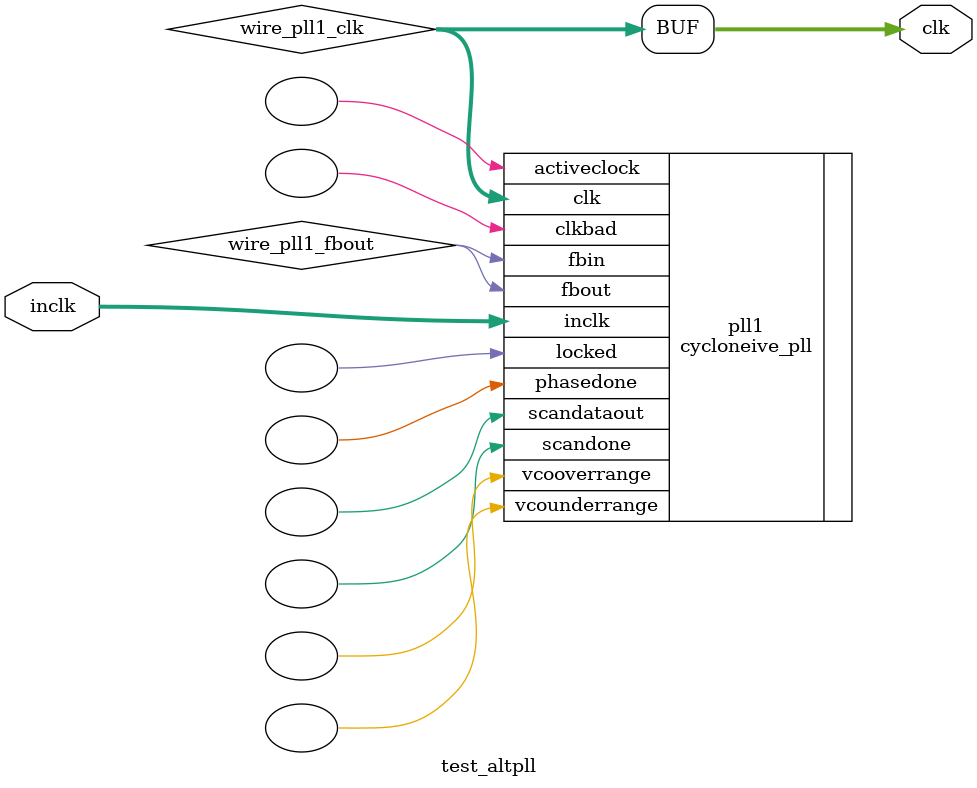
<source format=v>






//synthesis_resources = cycloneive_pll 1 
//synopsys translate_off
`timescale 1 ps / 1 ps
//synopsys translate_on
module  test_altpll
	( 
	clk,
	inclk) /* synthesis synthesis_clearbox=1 */;
	output   [4:0]  clk;
	input   [1:0]  inclk;
`ifndef ALTERA_RESERVED_QIS
// synopsys translate_off
`endif
	tri0   [1:0]  inclk;
`ifndef ALTERA_RESERVED_QIS
// synopsys translate_on
`endif

	wire  [4:0]   wire_pll1_clk;
	wire  wire_pll1_fbout;

	cycloneive_pll   pll1
	( 
	.activeclock(),
	.clk(wire_pll1_clk),
	.clkbad(),
	.fbin(wire_pll1_fbout),
	.fbout(wire_pll1_fbout),
	.inclk(inclk),
	.locked(),
	.phasedone(),
	.scandataout(),
	.scandone(),
	.vcooverrange(),
	.vcounderrange()
	`ifndef FORMAL_VERIFICATION
	// synopsys translate_off
	`endif
	,
	.areset(1'b0),
	.clkswitch(1'b0),
	.configupdate(1'b0),
	.pfdena(1'b1),
	.phasecounterselect({3{1'b0}}),
	.phasestep(1'b0),
	.phaseupdown(1'b0),
	.scanclk(1'b0),
	.scanclkena(1'b1),
	.scandata(1'b0)
	`ifndef FORMAL_VERIFICATION
	// synopsys translate_on
	`endif
	);
	defparam
		pll1.bandwidth_type = "auto",
		pll1.clk0_divide_by = 1,
		pll1.clk0_duty_cycle = 50,
		pll1.clk0_multiply_by = 4,
		pll1.clk0_phase_shift = "0",
		pll1.compensate_clock = "clk0",
		pll1.inclk0_input_frequency = 20000,
		pll1.operation_mode = "normal",
		pll1.pll_type = "auto",
		pll1.lpm_type = "cycloneive_pll";
	assign
		clk = {wire_pll1_clk[4:0]};
endmodule //test_altpll
//VALID FILE

</source>
